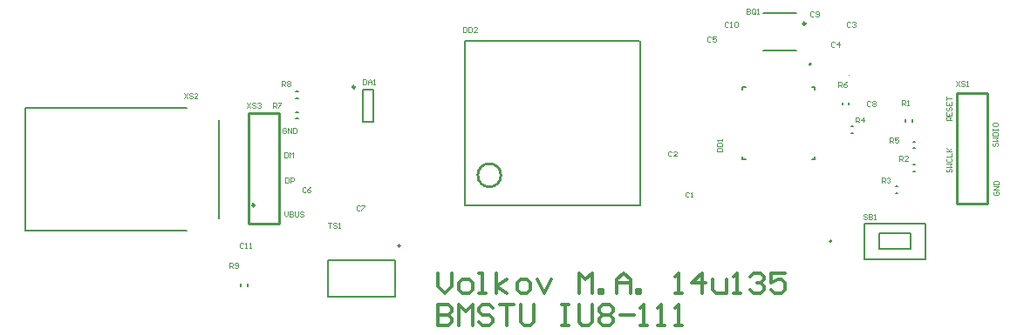
<source format=gto>
G04*
G04 #@! TF.GenerationSoftware,Altium Limited,Altium Designer,19.1.5 (86)*
G04*
G04 Layer_Color=65535*
%FSLAX44Y44*%
%MOMM*%
G71*
G01*
G75*
%ADD10C,0.2500*%
%ADD11C,0.2000*%
%ADD12C,0.1000*%
%ADD13C,0.1270*%
%ADD14C,0.2540*%
%ADD15C,0.3000*%
D10*
X608500Y306750D02*
G03*
X608500Y306750I-1250J0D01*
G01*
X73750Y130000D02*
G03*
X73750Y130000I-1250J0D01*
G01*
X171250Y245000D02*
G03*
X171250Y245000I-1250J0D01*
G01*
X312880Y159210D02*
G03*
X312880Y159210I-11250J0D01*
G01*
D11*
X633750Y95000D02*
G03*
X633750Y95000I-1000J0D01*
G01*
X613800Y267400D02*
G03*
X613800Y267400I-1000J0D01*
G01*
X567750Y316750D02*
X599750D01*
X567750Y280750D02*
X599750D01*
X38750Y117000D02*
Y213000D01*
X-148750Y105000D02*
X8000D01*
X-148750Y225000D02*
X8000D01*
X-148750Y105000D02*
Y225000D01*
X188750Y211500D02*
Y242500D01*
X178750Y211500D02*
Y242500D01*
Y211500D02*
X188750D01*
X178750Y242500D02*
X188750D01*
X277500Y130000D02*
Y290000D01*
Y290020D02*
X447500D01*
X277500Y130000D02*
X447500D01*
X447680D02*
Y290000D01*
X705500Y211500D02*
Y213500D01*
X712000Y211500D02*
Y213500D01*
X712750Y163000D02*
X714750D01*
X712750Y169500D02*
X714750D01*
X614900Y245000D02*
X617500D01*
X547500D02*
X550100D01*
X614900Y175000D02*
X617500D01*
X547500D02*
X550100D01*
X617500Y242400D02*
Y245000D01*
X547500Y242400D02*
Y245000D01*
X617500Y175000D02*
Y177600D01*
X547500Y175000D02*
Y177600D01*
X644250Y227750D02*
Y229750D01*
X650750Y227750D02*
Y229750D01*
X652750Y200500D02*
X654750D01*
X652750Y207000D02*
X654750D01*
X695750Y148250D02*
X697750D01*
X695750Y141750D02*
X697750D01*
X712750Y185500D02*
X714750D01*
X712750Y192000D02*
X714750D01*
X67000Y51500D02*
Y53500D01*
X60500Y51500D02*
Y53500D01*
X114000Y234250D02*
X116000D01*
X114000Y240750D02*
X116000D01*
X114000Y214250D02*
X116000D01*
X114000Y220750D02*
X116000D01*
X144734Y40970D02*
Y76530D01*
X210266D01*
Y40970D02*
Y76530D01*
X144734Y40970D02*
X210266D01*
D12*
X651250Y256500D02*
G03*
X651250Y256500I-500J0D01*
G01*
X521500Y157000D02*
G03*
X521500Y157000I-500J0D01*
G01*
X102500Y123748D02*
Y120416D01*
X104166Y118750D01*
X105832Y120416D01*
Y123748D01*
X107498D02*
Y118750D01*
X109998D01*
X110831Y119583D01*
Y120416D01*
X109998Y121249D01*
X107498D01*
X109998D01*
X110831Y122082D01*
Y122915D01*
X109998Y123748D01*
X107498D01*
X112497D02*
Y119583D01*
X113330Y118750D01*
X114996D01*
X115829Y119583D01*
Y123748D01*
X120827Y122915D02*
X119994Y123748D01*
X118328D01*
X117495Y122915D01*
Y122082D01*
X118328Y121249D01*
X119994D01*
X120827Y120416D01*
Y119583D01*
X119994Y118750D01*
X118328D01*
X117495Y119583D01*
X103750Y157234D02*
Y152235D01*
X106249D01*
X107082Y153068D01*
Y156401D01*
X106249Y157234D01*
X103750D01*
X108748Y152235D02*
Y157234D01*
X111248D01*
X112081Y156401D01*
Y154734D01*
X111248Y153901D01*
X108748D01*
X102500Y181748D02*
Y176750D01*
X104999D01*
X105832Y177583D01*
Y180915D01*
X104999Y181748D01*
X102500D01*
X107498Y176750D02*
Y181748D01*
X109164Y180082D01*
X110831Y181748D01*
Y176750D01*
X104582Y204165D02*
X103749Y204998D01*
X102083D01*
X101250Y204165D01*
Y200833D01*
X102083Y200000D01*
X103749D01*
X104582Y200833D01*
Y202499D01*
X102916D01*
X106248Y200000D02*
Y204998D01*
X109581Y200000D01*
Y204998D01*
X111247D02*
Y200000D01*
X113746D01*
X114579Y200833D01*
Y204165D01*
X113746Y204998D01*
X111247D01*
X792085Y143332D02*
X791252Y142499D01*
Y140833D01*
X792085Y140000D01*
X795417D01*
X796250Y140833D01*
Y142499D01*
X795417Y143332D01*
X793751D01*
Y141666D01*
X796250Y144998D02*
X791252D01*
X796250Y148331D01*
X791252D01*
Y149997D02*
X796250D01*
Y152496D01*
X795417Y153329D01*
X792085D01*
X791252Y152496D01*
Y149997D01*
X750000Y212500D02*
X745002D01*
Y214999D01*
X745835Y215832D01*
X747501D01*
X748334Y214999D01*
Y212500D01*
Y214166D02*
X750000Y215832D01*
X745002Y220831D02*
Y217498D01*
X750000D01*
Y220831D01*
X747501Y217498D02*
Y219165D01*
X745835Y225829D02*
X745002Y224996D01*
Y223330D01*
X745835Y222497D01*
X746668D01*
X747501Y223330D01*
Y224996D01*
X748334Y225829D01*
X749167D01*
X750000Y224996D01*
Y223330D01*
X749167Y222497D01*
X745002Y230827D02*
Y227495D01*
X750000D01*
Y230827D01*
X747501Y227495D02*
Y229161D01*
X745002Y232493D02*
Y235826D01*
Y234160D01*
X750000D01*
X745835Y165832D02*
X745002Y164999D01*
Y163333D01*
X745835Y162500D01*
X746668D01*
X747501Y163333D01*
Y164999D01*
X748334Y165832D01*
X749167D01*
X750000Y164999D01*
Y163333D01*
X749167Y162500D01*
X745002Y167498D02*
X750000D01*
X748334Y169165D01*
X750000Y170831D01*
X745002D01*
X745835Y175829D02*
X745002Y174996D01*
Y173330D01*
X745835Y172497D01*
X749167D01*
X750000Y173330D01*
Y174996D01*
X749167Y175829D01*
X745002Y177495D02*
X750000D01*
Y180827D01*
X745002Y182493D02*
X750000D01*
X748334D01*
X745002Y185826D01*
X747501Y183326D01*
X750000Y185826D01*
X790835Y190832D02*
X790002Y189999D01*
Y188333D01*
X790835Y187500D01*
X791668D01*
X792501Y188333D01*
Y189999D01*
X793334Y190832D01*
X794167D01*
X795000Y189999D01*
Y188333D01*
X794167Y187500D01*
X790002Y192498D02*
X795000D01*
X793334Y194164D01*
X795000Y195831D01*
X790002D01*
Y197497D02*
X795000D01*
Y199996D01*
X794167Y200829D01*
X790835D01*
X790002Y199996D01*
Y197497D01*
Y202495D02*
Y204161D01*
Y203328D01*
X795000D01*
Y202495D01*
Y204161D01*
X790002Y209160D02*
Y207493D01*
X790835Y206660D01*
X794167D01*
X795000Y207493D01*
Y209160D01*
X794167Y209993D01*
X790835D01*
X790002Y209160D01*
X66250Y229998D02*
X69582Y225000D01*
Y229998D02*
X66250Y225000D01*
X74581Y229165D02*
X73748Y229998D01*
X72081D01*
X71248Y229165D01*
Y228332D01*
X72081Y227499D01*
X73748D01*
X74581Y226666D01*
Y225833D01*
X73748Y225000D01*
X72081D01*
X71248Y225833D01*
X76247Y229165D02*
X77080Y229998D01*
X78746D01*
X79579Y229165D01*
Y228332D01*
X78746Y227499D01*
X77913D01*
X78746D01*
X79579Y226666D01*
Y225833D01*
X78746Y225000D01*
X77080D01*
X76247Y225833D01*
X668332Y120415D02*
X667499Y121248D01*
X665833D01*
X665000Y120415D01*
Y119582D01*
X665833Y118749D01*
X667499D01*
X668332Y117916D01*
Y117083D01*
X667499Y116250D01*
X665833D01*
X665000Y117083D01*
X669998Y121248D02*
Y116250D01*
X672497D01*
X673331Y117083D01*
Y117916D01*
X672497Y118749D01*
X669998D01*
X672497D01*
X673331Y119582D01*
Y120415D01*
X672497Y121248D01*
X669998D01*
X674997Y116250D02*
X676663D01*
X675830D01*
Y121248D01*
X674997Y120415D01*
X754610Y251198D02*
X757942Y246200D01*
Y251198D02*
X754610Y246200D01*
X762941Y250365D02*
X762107Y251198D01*
X760441D01*
X759608Y250365D01*
Y249532D01*
X760441Y248699D01*
X762107D01*
X762941Y247866D01*
Y247033D01*
X762107Y246200D01*
X760441D01*
X759608Y247033D01*
X764607Y246200D02*
X766273D01*
X765440D01*
Y251198D01*
X764607Y250365D01*
X522502Y182500D02*
X527500D01*
Y184999D01*
X526667Y185832D01*
X523335D01*
X522502Y184999D01*
Y182500D01*
Y187498D02*
X527500D01*
Y189998D01*
X526667Y190831D01*
X523335D01*
X522502Y189998D01*
Y187498D01*
X527500Y192497D02*
Y194163D01*
Y193330D01*
X522502D01*
X523335Y192497D01*
X5000Y238748D02*
X8332Y233750D01*
Y238748D02*
X5000Y233750D01*
X13331Y237915D02*
X12498Y238748D01*
X10831D01*
X9998Y237915D01*
Y237082D01*
X10831Y236249D01*
X12498D01*
X13331Y235416D01*
Y234583D01*
X12498Y233750D01*
X10831D01*
X9998Y234583D01*
X18329Y233750D02*
X14997D01*
X18329Y237082D01*
Y237915D01*
X17496Y238748D01*
X15830D01*
X14997Y237915D01*
X144756Y113022D02*
X148088D01*
X146422D01*
Y108024D01*
X153087Y112189D02*
X152254Y113022D01*
X150587D01*
X149754Y112189D01*
Y111356D01*
X150587Y110523D01*
X152254D01*
X153087Y109690D01*
Y108857D01*
X152254Y108024D01*
X150587D01*
X149754Y108857D01*
X154753Y108024D02*
X156419D01*
X155586D01*
Y113022D01*
X154753Y112189D01*
X49250Y68750D02*
Y73748D01*
X51749D01*
X52582Y72915D01*
Y71249D01*
X51749Y70416D01*
X49250D01*
X50916D02*
X52582Y68750D01*
X54248Y69583D02*
X55081Y68750D01*
X56747D01*
X57581Y69583D01*
Y72915D01*
X56747Y73748D01*
X55081D01*
X54248Y72915D01*
Y72082D01*
X55081Y71249D01*
X57581D01*
X100000Y246250D02*
Y251248D01*
X102499D01*
X103332Y250415D01*
Y248749D01*
X102499Y247916D01*
X100000D01*
X101666D02*
X103332Y246250D01*
X104998Y250415D02*
X105831Y251248D01*
X107498D01*
X108331Y250415D01*
Y249582D01*
X107498Y248749D01*
X108331Y247916D01*
Y247083D01*
X107498Y246250D01*
X105831D01*
X104998Y247083D01*
Y247916D01*
X105831Y248749D01*
X104998Y249582D01*
Y250415D01*
X105831Y248749D02*
X107498D01*
X91250Y224500D02*
Y229498D01*
X93749D01*
X94582Y228665D01*
Y226999D01*
X93749Y226166D01*
X91250D01*
X92916D02*
X94582Y224500D01*
X96248Y229498D02*
X99581D01*
Y228665D01*
X96248Y225333D01*
Y224500D01*
X640500Y245000D02*
Y249998D01*
X642999D01*
X643832Y249165D01*
Y247499D01*
X642999Y246666D01*
X640500D01*
X642166D02*
X643832Y245000D01*
X648831Y249998D02*
X647165Y249165D01*
X645498Y247499D01*
Y245833D01*
X646331Y245000D01*
X647998D01*
X648831Y245833D01*
Y246666D01*
X647998Y247499D01*
X645498D01*
X690000Y191250D02*
Y196248D01*
X692499D01*
X693332Y195415D01*
Y193749D01*
X692499Y192916D01*
X690000D01*
X691666D02*
X693332Y191250D01*
X698331Y196248D02*
X694998D01*
Y193749D01*
X696665Y194582D01*
X697497D01*
X698331Y193749D01*
Y192083D01*
X697497Y191250D01*
X695831D01*
X694998Y192083D01*
X657250Y210750D02*
Y215748D01*
X659749D01*
X660582Y214915D01*
Y213249D01*
X659749Y212416D01*
X657250D01*
X658916D02*
X660582Y210750D01*
X664747D02*
Y215748D01*
X662248Y213249D01*
X665581D01*
X682250Y152000D02*
Y156998D01*
X684749D01*
X685582Y156165D01*
Y154499D01*
X684749Y153666D01*
X682250D01*
X683916D02*
X685582Y152000D01*
X687248Y156165D02*
X688081Y156998D01*
X689747D01*
X690581Y156165D01*
Y155332D01*
X689747Y154499D01*
X688914D01*
X689747D01*
X690581Y153666D01*
Y152833D01*
X689747Y152000D01*
X688081D01*
X687248Y152833D01*
X699250Y173250D02*
Y178248D01*
X701749D01*
X702582Y177415D01*
Y175749D01*
X701749Y174916D01*
X699250D01*
X700916D02*
X702582Y173250D01*
X707581D02*
X704248D01*
X707581Y176582D01*
Y177415D01*
X706748Y178248D01*
X705081D01*
X704248Y177415D01*
X701750Y227000D02*
Y231998D01*
X704249D01*
X705082Y231165D01*
Y229499D01*
X704249Y228666D01*
X701750D01*
X703416D02*
X705082Y227000D01*
X706748D02*
X708415D01*
X707581D01*
Y231998D01*
X706748Y231165D01*
X276250Y303748D02*
Y298750D01*
X278749D01*
X279582Y299583D01*
Y302915D01*
X278749Y303748D01*
X276250D01*
X281248D02*
Y298750D01*
X283748D01*
X284581Y299583D01*
Y302915D01*
X283748Y303748D01*
X281248D01*
X289579Y298750D02*
X286247D01*
X289579Y302082D01*
Y302915D01*
X288746Y303748D01*
X287080D01*
X286247Y302915D01*
X178750Y252498D02*
Y247500D01*
X181249D01*
X182082Y248333D01*
Y251665D01*
X181249Y252498D01*
X178750D01*
X183748Y247500D02*
Y250832D01*
X185415Y252498D01*
X187081Y250832D01*
Y247500D01*
Y249999D01*
X183748D01*
X188747Y247500D02*
X190413D01*
X189580D01*
Y252498D01*
X188747Y251665D01*
X63082Y92915D02*
X62249Y93748D01*
X60583D01*
X59750Y92915D01*
Y89583D01*
X60583Y88750D01*
X62249D01*
X63082Y89583D01*
X64748Y88750D02*
X66414D01*
X65581D01*
Y93748D01*
X64748Y92915D01*
X68914Y88750D02*
X70580D01*
X69747D01*
Y93748D01*
X68914Y92915D01*
X533914Y308023D02*
X533081Y308856D01*
X531415D01*
X530582Y308023D01*
Y304691D01*
X531415Y303858D01*
X533081D01*
X533914Y304691D01*
X535580Y303858D02*
X537247D01*
X536413D01*
Y308856D01*
X535580Y308023D01*
X539746D02*
X540579Y308856D01*
X542245D01*
X543078Y308023D01*
Y304691D01*
X542245Y303858D01*
X540579D01*
X539746Y304691D01*
Y308023D01*
X616332Y317915D02*
X615499Y318748D01*
X613833D01*
X613000Y317915D01*
Y314583D01*
X613833Y313750D01*
X615499D01*
X616332Y314583D01*
X617998D02*
X618831Y313750D01*
X620498D01*
X621331Y314583D01*
Y317915D01*
X620498Y318748D01*
X618831D01*
X617998Y317915D01*
Y317082D01*
X618831Y316249D01*
X621331D01*
X671332Y230415D02*
X670499Y231248D01*
X668833D01*
X668000Y230415D01*
Y227083D01*
X668833Y226250D01*
X670499D01*
X671332Y227083D01*
X672998Y230415D02*
X673831Y231248D01*
X675498D01*
X676331Y230415D01*
Y229582D01*
X675498Y228749D01*
X676331Y227916D01*
Y227083D01*
X675498Y226250D01*
X673831D01*
X672998Y227083D01*
Y227916D01*
X673831Y228749D01*
X672998Y229582D01*
Y230415D01*
X673831Y228749D02*
X675498D01*
X175832Y129165D02*
X174999Y129998D01*
X173333D01*
X172500Y129165D01*
Y125833D01*
X173333Y125000D01*
X174999D01*
X175832Y125833D01*
X177498Y129998D02*
X180831D01*
Y129165D01*
X177498Y125833D01*
Y125000D01*
X123332Y146665D02*
X122499Y147498D01*
X120833D01*
X120000Y146665D01*
Y143333D01*
X120833Y142500D01*
X122499D01*
X123332Y143333D01*
X128331Y147498D02*
X126664Y146665D01*
X124998Y144999D01*
Y143333D01*
X125831Y142500D01*
X127498D01*
X128331Y143333D01*
Y144166D01*
X127498Y144999D01*
X124998D01*
X516388Y293037D02*
X515555Y293870D01*
X513889D01*
X513056Y293037D01*
Y289705D01*
X513889Y288872D01*
X515555D01*
X516388Y289705D01*
X521387Y293870D02*
X518054D01*
Y291371D01*
X519720Y292204D01*
X520554D01*
X521387Y291371D01*
Y289705D01*
X520554Y288872D01*
X518887D01*
X518054Y289705D01*
X636582Y287915D02*
X635749Y288748D01*
X634083D01*
X633250Y287915D01*
Y284583D01*
X634083Y283750D01*
X635749D01*
X636582Y284583D01*
X640748Y283750D02*
Y288748D01*
X638248Y286249D01*
X641581D01*
X651832Y307915D02*
X650999Y308748D01*
X649333D01*
X648500Y307915D01*
Y304583D01*
X649333Y303750D01*
X650999D01*
X651832Y304583D01*
X653498Y307915D02*
X654331Y308748D01*
X655997D01*
X656831Y307915D01*
Y307082D01*
X655997Y306249D01*
X655164D01*
X655997D01*
X656831Y305416D01*
Y304583D01*
X655997Y303750D01*
X654331D01*
X653498Y304583D01*
X478732Y181915D02*
X477899Y182748D01*
X476233D01*
X475400Y181915D01*
Y178583D01*
X476233Y177750D01*
X477899D01*
X478732Y178583D01*
X483731Y177750D02*
X480398D01*
X483731Y181082D01*
Y181915D01*
X482897Y182748D01*
X481231D01*
X480398Y181915D01*
X495082Y142165D02*
X494249Y142998D01*
X492583D01*
X491750Y142165D01*
Y138833D01*
X492583Y138000D01*
X494249D01*
X495082Y138833D01*
X496748Y138000D02*
X498414D01*
X497581D01*
Y142998D01*
X496748Y142165D01*
X551250Y321248D02*
Y316250D01*
X553749D01*
X554582Y317083D01*
Y317916D01*
X553749Y318749D01*
X551250D01*
X553749D01*
X554582Y319582D01*
Y320415D01*
X553749Y321248D01*
X551250D01*
X559581Y317083D02*
Y320415D01*
X558747Y321248D01*
X557081D01*
X556248Y320415D01*
Y317083D01*
X557081Y316250D01*
X558747D01*
X557915Y317916D02*
X559581Y316250D01*
X558747D02*
X559581Y317083D01*
X561247Y316250D02*
X562913D01*
X562080D01*
Y321248D01*
X561247Y320415D01*
D13*
X215600Y90500D02*
G03*
X215600Y90500I-1270J0D01*
G01*
X665250Y77500D02*
Y112500D01*
Y77500D02*
X725250D01*
Y112500D01*
X665250D02*
X725250D01*
X680250Y87500D02*
Y102500D01*
Y87500D02*
X710250D01*
Y102500D01*
X680250D02*
X710250D01*
D14*
X67500Y220000D02*
X97500D01*
Y113750D02*
Y220000D01*
X67500Y112500D02*
Y220000D01*
Y112500D02*
X97500D01*
Y115000D01*
X755000Y131250D02*
X785000D01*
X755000D02*
Y237500D01*
X785000Y131250D02*
Y238750D01*
X755000D02*
X785000D01*
X755000Y236250D02*
Y238750D01*
D15*
X251750Y64186D02*
Y50857D01*
X258414Y44192D01*
X265079Y50857D01*
Y64186D01*
X275076Y44192D02*
X281740D01*
X285073Y47524D01*
Y54189D01*
X281740Y57521D01*
X275076D01*
X271744Y54189D01*
Y47524D01*
X275076Y44192D01*
X291737D02*
X298402D01*
X295069D01*
Y64186D01*
X291737D01*
X308398Y44192D02*
Y64186D01*
Y50857D02*
X318395Y57521D01*
X308398Y50857D02*
X318395Y44192D01*
X331724D02*
X338389D01*
X341721Y47524D01*
Y54189D01*
X338389Y57521D01*
X331724D01*
X328392Y54189D01*
Y47524D01*
X331724Y44192D01*
X348386Y57521D02*
X355050Y44192D01*
X361715Y57521D01*
X388373Y44192D02*
Y64186D01*
X395037Y57521D01*
X401702Y64186D01*
Y44192D01*
X408366D02*
Y47524D01*
X411698D01*
Y44192D01*
X408366D01*
X425028D02*
Y57521D01*
X431692Y64186D01*
X438357Y57521D01*
Y44192D01*
Y54189D01*
X425028D01*
X445021Y44192D02*
Y47524D01*
X448353D01*
Y44192D01*
X445021D01*
X481676D02*
X488340D01*
X485008D01*
Y64186D01*
X481676Y60854D01*
X508334Y44192D02*
Y64186D01*
X498337Y54189D01*
X511666D01*
X518331Y57521D02*
Y47524D01*
X521663Y44192D01*
X531660D01*
Y57521D01*
X538324Y44192D02*
X544989D01*
X541656D01*
Y64186D01*
X538324Y60854D01*
X554986D02*
X558318Y64186D01*
X564982D01*
X568315Y60854D01*
Y57521D01*
X564982Y54189D01*
X561650D01*
X564982D01*
X568315Y50857D01*
Y47524D01*
X564982Y44192D01*
X558318D01*
X554986Y47524D01*
X588308Y64186D02*
X574979D01*
Y54189D01*
X581644Y57521D01*
X584976D01*
X588308Y54189D01*
Y47524D01*
X584976Y44192D01*
X578311D01*
X574979Y47524D01*
X251750Y32994D02*
Y13000D01*
X261747D01*
X265079Y16332D01*
Y19664D01*
X261747Y22997D01*
X251750D01*
X261747D01*
X265079Y26329D01*
Y29661D01*
X261747Y32994D01*
X251750D01*
X271744Y13000D02*
Y32994D01*
X278408Y26329D01*
X285073Y32994D01*
Y13000D01*
X305066Y29661D02*
X301734Y32994D01*
X295069D01*
X291737Y29661D01*
Y26329D01*
X295069Y22997D01*
X301734D01*
X305066Y19664D01*
Y16332D01*
X301734Y13000D01*
X295069D01*
X291737Y16332D01*
X311731Y32994D02*
X325060D01*
X318395D01*
Y13000D01*
X331724Y32994D02*
Y16332D01*
X335056Y13000D01*
X341721D01*
X345053Y16332D01*
Y32994D01*
X371711D02*
X378376D01*
X375044D01*
Y13000D01*
X371711D01*
X378376D01*
X388373Y32994D02*
Y16332D01*
X391705Y13000D01*
X398369D01*
X401702Y16332D01*
Y32994D01*
X408366Y29661D02*
X411698Y32994D01*
X418363D01*
X421695Y29661D01*
Y26329D01*
X418363Y22997D01*
X421695Y19664D01*
Y16332D01*
X418363Y13000D01*
X411698D01*
X408366Y16332D01*
Y19664D01*
X411698Y22997D01*
X408366Y26329D01*
Y29661D01*
X411698Y22997D02*
X418363D01*
X428360D02*
X441689D01*
X448353Y13000D02*
X455018D01*
X451686D01*
Y32994D01*
X448353Y29661D01*
X465015Y13000D02*
X471679D01*
X468347D01*
Y32994D01*
X465015Y29661D01*
X481676Y13000D02*
X488340D01*
X485008D01*
Y32994D01*
X481676Y29661D01*
M02*

</source>
